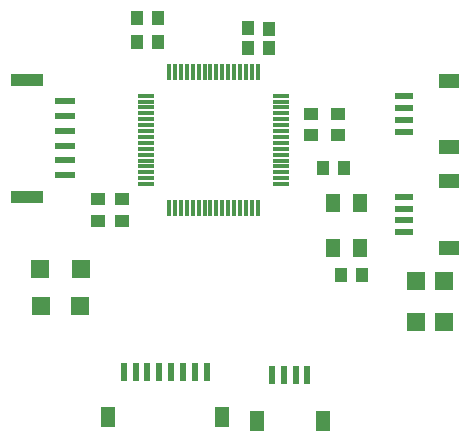
<source format=gbr>
%TF.GenerationSoftware,Altium Limited,Altium Designer,21.3.2 (30)*%
G04 Layer_Color=8421504*
%FSLAX44Y44*%
%MOMM*%
%TF.SameCoordinates,DF9C5644-7730-4CB0-946D-AD2690A7FF42*%
%TF.FilePolarity,Positive*%
%TF.FileFunction,Paste,Top*%
%TF.Part,Single*%
G01*
G75*
%TA.AperFunction,SMDPad,CuDef*%
%ADD10R,1.5000X1.5000*%
%ADD11R,1.3000X1.6000*%
%ADD12R,1.3000X1.0000*%
%ADD13R,0.3000X1.4750*%
%ADD14R,1.4750X0.3000*%
%ADD15R,1.5240X1.5240*%
%ADD16R,1.5000X1.5000*%
%ADD17R,2.7000X1.0000*%
%ADD18R,1.7000X0.6000*%
%ADD19R,1.2000X1.8000*%
%ADD20R,0.6000X1.5500*%
%ADD21R,0.6000X1.5500*%
%ADD22R,1.2000X1.8000*%
%ADD23R,1.8000X1.2000*%
%ADD24R,1.5500X0.6000*%
%ADD25R,1.0000X1.3000*%
D10*
X943610Y693140D02*
D03*
Y658140D02*
D03*
X919480Y693140D02*
D03*
Y658140D02*
D03*
D11*
X849560Y721410D02*
D03*
Y759410D02*
D03*
X872560D02*
D03*
Y721410D02*
D03*
D12*
X853340Y816490D02*
D03*
X853440Y834390D02*
D03*
X830580D02*
D03*
X830480Y816490D02*
D03*
X650340Y762120D02*
D03*
X650240Y744220D02*
D03*
X670660Y762120D02*
D03*
X670560Y744220D02*
D03*
D13*
X785692Y755142D02*
D03*
X780692D02*
D03*
X775692D02*
D03*
X770692D02*
D03*
X765692D02*
D03*
X760692D02*
D03*
X755692D02*
D03*
X750692D02*
D03*
X745692D02*
D03*
X740692D02*
D03*
X735692D02*
D03*
X730692D02*
D03*
X725692D02*
D03*
X720692D02*
D03*
X715692D02*
D03*
X710692D02*
D03*
Y869902D02*
D03*
X715692D02*
D03*
X720692D02*
D03*
X725692D02*
D03*
X730692D02*
D03*
X735692D02*
D03*
X740692D02*
D03*
X745692D02*
D03*
X750692D02*
D03*
X755692D02*
D03*
X760692D02*
D03*
X765692D02*
D03*
X770692D02*
D03*
X775692D02*
D03*
X780692D02*
D03*
X785692D02*
D03*
D14*
X690812Y775022D02*
D03*
Y780022D02*
D03*
Y785022D02*
D03*
Y790022D02*
D03*
Y795022D02*
D03*
Y800022D02*
D03*
Y805022D02*
D03*
Y810022D02*
D03*
Y815022D02*
D03*
Y820022D02*
D03*
Y825022D02*
D03*
Y830022D02*
D03*
Y835022D02*
D03*
Y840022D02*
D03*
Y845022D02*
D03*
Y850022D02*
D03*
X805572D02*
D03*
Y845022D02*
D03*
Y840022D02*
D03*
Y835022D02*
D03*
Y830022D02*
D03*
Y825022D02*
D03*
Y820022D02*
D03*
Y815022D02*
D03*
Y810022D02*
D03*
Y805022D02*
D03*
Y800022D02*
D03*
Y795022D02*
D03*
Y790022D02*
D03*
Y785022D02*
D03*
Y780022D02*
D03*
Y775022D02*
D03*
D15*
X601980Y671830D02*
D03*
X635000D02*
D03*
D16*
X635990Y703580D02*
D03*
X600990D02*
D03*
D17*
X590550Y863600D02*
D03*
Y764100D02*
D03*
D18*
X622550Y845100D02*
D03*
Y832600D02*
D03*
Y820100D02*
D03*
Y807600D02*
D03*
Y795100D02*
D03*
Y782600D02*
D03*
D19*
X840880Y574660D02*
D03*
X784880D02*
D03*
D20*
X797880Y613410D02*
D03*
X807880D02*
D03*
X817880D02*
D03*
X827880D02*
D03*
D21*
X672390Y616280D02*
D03*
X682390D02*
D03*
X692390D02*
D03*
X702390D02*
D03*
X712390D02*
D03*
X722390D02*
D03*
X732390D02*
D03*
X742390D02*
D03*
D22*
X659390Y577520D02*
D03*
X755390D02*
D03*
D23*
X948070Y777380D02*
D03*
Y721380D02*
D03*
Y862470D02*
D03*
Y806470D02*
D03*
D24*
X909320Y734380D02*
D03*
Y744380D02*
D03*
Y754380D02*
D03*
Y764380D02*
D03*
Y819470D02*
D03*
Y829470D02*
D03*
Y839470D02*
D03*
Y849470D02*
D03*
D25*
X855980Y698500D02*
D03*
X873880Y698400D02*
D03*
X840620Y788770D02*
D03*
X858520Y788670D02*
D03*
X701040Y915670D02*
D03*
X683140Y915770D02*
D03*
X701040Y895350D02*
D03*
X683140Y895450D02*
D03*
X777120Y906880D02*
D03*
X795020Y906780D02*
D03*
X777240Y890270D02*
D03*
X795140Y890170D02*
D03*
%TF.MD5,07ebf6ccf8b4562da45145b27ca38e37*%
M02*

</source>
